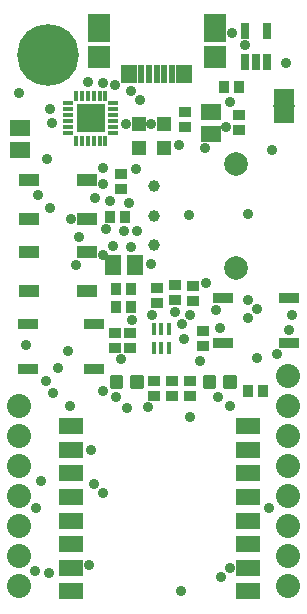
<source format=gts>
G75*
%MOIN*%
%OFA0B0*%
%FSLAX25Y25*%
%IPPOS*%
%LPD*%
%AMOC8*
5,1,8,0,0,1.08239X$1,22.5*
%
%ADD10C,0.20600*%
%ADD11R,0.06506X0.05718*%
%ADD12R,0.05718X0.06506*%
%ADD13C,0.01361*%
%ADD14R,0.02175X0.06309*%
%ADD15R,0.07293X0.09261*%
%ADD16R,0.07293X0.07687*%
%ADD17R,0.05324X0.06309*%
%ADD18R,0.06506X0.04143*%
%ADD19R,0.04537X0.04537*%
%ADD20R,0.06600X0.03600*%
%ADD21R,0.06900X0.05200*%
%ADD22R,0.07200X0.00600*%
%ADD23R,0.02765X0.05324*%
%ADD24R,0.01781X0.04498*%
%ADD25R,0.08474X0.05324*%
%ADD26R,0.03800X0.01700*%
%ADD27R,0.03800X0.01800*%
%ADD28R,0.01700X0.03800*%
%ADD29R,0.01800X0.03800*%
%ADD30R,0.09600X0.09600*%
%ADD31R,0.04143X0.03356*%
%ADD32R,0.03356X0.04143*%
%ADD33C,0.08000*%
%ADD34C,0.07874*%
%ADD35C,0.03937*%
%ADD36C,0.03600*%
D10*
X0017400Y0216200D03*
D11*
X0008300Y0191740D03*
X0008300Y0184260D03*
X0071800Y0189760D03*
X0071800Y0197240D03*
D12*
X0046540Y0146000D03*
X0039060Y0146000D03*
D13*
X0041935Y0108588D02*
X0041935Y0105412D01*
X0038759Y0105412D01*
X0038759Y0108588D01*
X0041935Y0108588D01*
X0041935Y0106772D02*
X0038759Y0106772D01*
X0038759Y0108132D02*
X0041935Y0108132D01*
X0048841Y0108588D02*
X0048841Y0105412D01*
X0045665Y0105412D01*
X0045665Y0108588D01*
X0048841Y0108588D01*
X0048841Y0106772D02*
X0045665Y0106772D01*
X0045665Y0108132D02*
X0048841Y0108132D01*
X0072935Y0108588D02*
X0072935Y0105412D01*
X0069759Y0105412D01*
X0069759Y0108588D01*
X0072935Y0108588D01*
X0072935Y0106772D02*
X0069759Y0106772D01*
X0069759Y0108132D02*
X0072935Y0108132D01*
X0079841Y0108588D02*
X0079841Y0105412D01*
X0076665Y0105412D01*
X0076665Y0108588D01*
X0079841Y0108588D01*
X0079841Y0106772D02*
X0076665Y0106772D01*
X0076665Y0108132D02*
X0079841Y0108132D01*
D14*
X0058918Y0209744D03*
X0056359Y0209744D03*
X0053800Y0209744D03*
X0051241Y0209744D03*
X0048682Y0209744D03*
D15*
X0034509Y0225000D03*
X0073091Y0225000D03*
D16*
X0073091Y0215551D03*
X0034509Y0215551D03*
D17*
X0044548Y0209744D03*
X0063052Y0209744D03*
D18*
X0030446Y0174496D03*
X0030446Y0161504D03*
X0030446Y0150496D03*
X0030446Y0137504D03*
X0011154Y0137504D03*
X0011154Y0150496D03*
X0011154Y0161504D03*
X0011154Y0174496D03*
D19*
X0047800Y0185063D03*
X0047800Y0192937D03*
X0056300Y0192937D03*
X0056300Y0185063D03*
D20*
X0075800Y0135000D03*
X0075800Y0120000D03*
X0097800Y0120000D03*
X0097800Y0135000D03*
X0032800Y0126500D03*
X0032800Y0111500D03*
X0010800Y0111500D03*
X0010800Y0126500D03*
D21*
X0096300Y0196000D03*
X0096300Y0202000D03*
D22*
X0096300Y0199000D03*
D23*
X0090540Y0213882D03*
X0086800Y0213882D03*
X0083060Y0213882D03*
X0083060Y0224118D03*
X0090540Y0224118D03*
D24*
X0057859Y0124689D03*
X0055300Y0124689D03*
X0052741Y0124689D03*
X0052741Y0118350D03*
X0055300Y0118350D03*
X0057859Y0118350D03*
D25*
X0084328Y0092402D03*
X0084328Y0084528D03*
X0084328Y0076654D03*
X0084328Y0068780D03*
X0084328Y0060906D03*
X0084328Y0053031D03*
X0084328Y0045157D03*
X0084328Y0037283D03*
X0025272Y0037283D03*
X0025272Y0045157D03*
X0025272Y0053031D03*
X0025272Y0060906D03*
X0025272Y0068780D03*
X0025272Y0076654D03*
X0025272Y0084528D03*
X0025272Y0092402D03*
D26*
X0024350Y0190079D03*
X0024350Y0199921D03*
X0039250Y0199921D03*
X0039250Y0190079D03*
D27*
X0039250Y0192047D03*
X0039250Y0194016D03*
X0039250Y0195984D03*
X0039250Y0197953D03*
X0024350Y0197953D03*
X0024350Y0195984D03*
X0024350Y0194016D03*
X0024350Y0192047D03*
D28*
X0026879Y0187550D03*
X0026879Y0202450D03*
X0036721Y0202450D03*
X0036721Y0187550D03*
D29*
X0034753Y0187550D03*
X0032784Y0187550D03*
X0030816Y0187550D03*
X0028847Y0187550D03*
X0028847Y0202450D03*
X0030816Y0202450D03*
X0032784Y0202450D03*
X0034753Y0202450D03*
D30*
X0031800Y0195000D03*
D31*
X0041800Y0176559D03*
X0041800Y0171441D03*
X0053800Y0138559D03*
X0053800Y0133441D03*
X0059800Y0134441D03*
X0059800Y0139559D03*
X0065800Y0139059D03*
X0065800Y0133941D03*
X0069300Y0124059D03*
X0069300Y0118941D03*
X0064800Y0107559D03*
X0064800Y0102441D03*
X0058800Y0102441D03*
X0058800Y0107559D03*
X0052800Y0107559D03*
X0052800Y0102441D03*
X0044800Y0118441D03*
X0044800Y0123559D03*
X0039800Y0123559D03*
X0039800Y0118441D03*
X0063300Y0191941D03*
X0063300Y0197059D03*
X0081300Y0196059D03*
X0081300Y0190941D03*
D32*
X0081359Y0205500D03*
X0076241Y0205500D03*
X0045359Y0138000D03*
X0045359Y0132000D03*
X0040241Y0132000D03*
X0040241Y0138000D03*
X0038241Y0162000D03*
X0043359Y0162000D03*
X0084241Y0104000D03*
X0089359Y0104000D03*
D33*
X0008000Y0039000D03*
X0008000Y0049000D03*
X0008000Y0059000D03*
X0008000Y0069000D03*
X0008000Y0079000D03*
X0008000Y0089000D03*
X0008000Y0099000D03*
X0097600Y0099000D03*
X0097600Y0089000D03*
X0097600Y0079000D03*
X0097600Y0069000D03*
X0097600Y0059000D03*
X0097600Y0049000D03*
X0097600Y0039000D03*
X0097600Y0109000D03*
D34*
X0080300Y0145177D03*
X0080300Y0179823D03*
D35*
X0052741Y0172343D03*
X0052741Y0162500D03*
X0052741Y0152657D03*
D36*
X0051800Y0146500D03*
X0047300Y0157500D03*
X0045300Y0152000D03*
X0042800Y0157500D03*
X0039300Y0152500D03*
X0036800Y0158000D03*
X0035800Y0149260D03*
X0027800Y0155500D03*
X0025200Y0161300D03*
X0018300Y0165000D03*
X0014300Y0169500D03*
X0017300Y0181500D03*
X0018800Y0193500D03*
X0018300Y0198000D03*
X0007800Y0203500D03*
X0030800Y0207000D03*
X0031800Y0197000D03*
X0035900Y0206800D03*
X0039800Y0206000D03*
X0045300Y0204000D03*
X0048300Y0201000D03*
X0052000Y0193000D03*
X0046800Y0178000D03*
X0044500Y0166800D03*
X0038300Y0167500D03*
X0035800Y0173000D03*
X0035800Y0178500D03*
X0033300Y0168500D03*
X0026800Y0146000D03*
X0024300Y0117500D03*
X0020800Y0111600D03*
X0019300Y0103500D03*
X0016800Y0107500D03*
X0010300Y0119500D03*
X0024800Y0099000D03*
X0031800Y0084500D03*
X0032800Y0073000D03*
X0035800Y0070000D03*
X0031300Y0046000D03*
X0017800Y0043500D03*
X0013300Y0044000D03*
X0013500Y0065200D03*
X0015300Y0074000D03*
X0035800Y0104000D03*
X0040300Y0102000D03*
X0043800Y0098500D03*
X0050800Y0098800D03*
X0042000Y0114900D03*
X0045500Y0127700D03*
X0052300Y0129500D03*
X0059800Y0130500D03*
X0062300Y0126500D03*
X0064800Y0129500D03*
X0063000Y0121400D03*
X0068300Y0114000D03*
X0074300Y0102000D03*
X0078300Y0099000D03*
X0087300Y0115000D03*
X0093800Y0116500D03*
X0097800Y0124500D03*
X0098800Y0129500D03*
X0087300Y0131500D03*
X0084300Y0128500D03*
X0084300Y0134500D03*
X0074800Y0125000D03*
X0073500Y0131200D03*
X0070300Y0140000D03*
X0064400Y0162700D03*
X0069800Y0185000D03*
X0076900Y0192000D03*
X0078300Y0200500D03*
X0083300Y0219500D03*
X0078800Y0223500D03*
X0092300Y0184500D03*
X0084300Y0163000D03*
X0061300Y0186000D03*
X0043600Y0193000D03*
X0064800Y0095500D03*
X0078300Y0045000D03*
X0075300Y0042000D03*
X0061800Y0037500D03*
X0091300Y0065000D03*
X0096800Y0213500D03*
M02*

</source>
